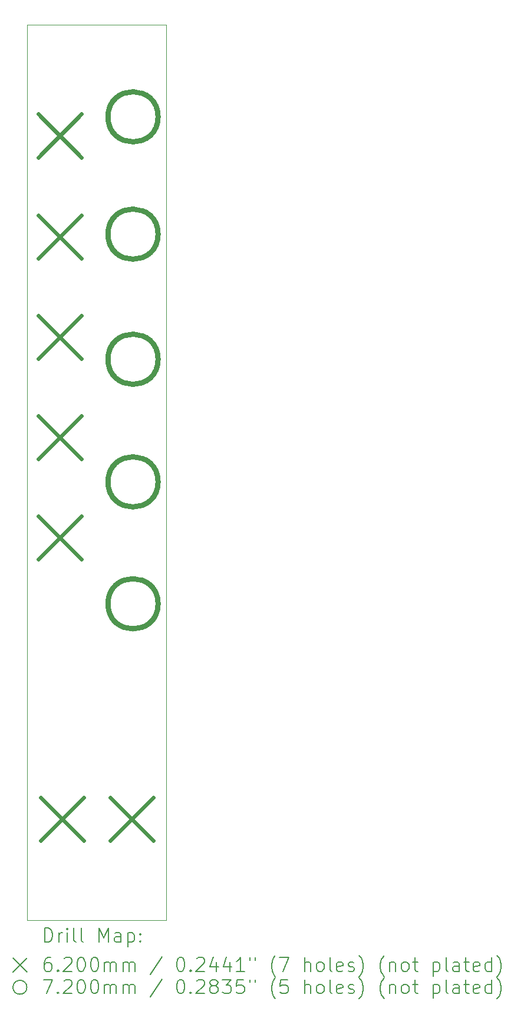
<source format=gbr>
%TF.GenerationSoftware,KiCad,Pcbnew,6.0.11+dfsg-1~bpo11+1*%
%TF.CreationDate,2023-11-22T17:10:05+08:00*%
%TF.ProjectId,MiniAttenuMix - Front,4d696e69-4174-4746-956e-754d6978202d,v0.2*%
%TF.SameCoordinates,Original*%
%TF.FileFunction,Drillmap*%
%TF.FilePolarity,Positive*%
%FSLAX45Y45*%
G04 Gerber Fmt 4.5, Leading zero omitted, Abs format (unit mm)*
G04 Created by KiCad (PCBNEW 6.0.11+dfsg-1~bpo11+1) date 2023-11-22 17:10:05*
%MOMM*%
%LPD*%
G01*
G04 APERTURE LIST*
%ADD10C,0.100000*%
%ADD11C,0.200000*%
%ADD12C,0.620000*%
%ADD13C,0.720000*%
G04 APERTURE END LIST*
D10*
X11000000Y-15850000D02*
X11000000Y-3000000D01*
X13000000Y-15850000D02*
X11000000Y-15850000D01*
X11000000Y-3000000D02*
X13000000Y-3000000D01*
X13000000Y-3000000D02*
X13000000Y-15850000D01*
D11*
D12*
X11160000Y-4280000D02*
X11780000Y-4900000D01*
X11780000Y-4280000D02*
X11160000Y-4900000D01*
X11160000Y-5730000D02*
X11780000Y-6350000D01*
X11780000Y-5730000D02*
X11160000Y-6350000D01*
X11160000Y-7170000D02*
X11780000Y-7790000D01*
X11780000Y-7170000D02*
X11160000Y-7790000D01*
X11160000Y-8610000D02*
X11780000Y-9230000D01*
X11780000Y-8610000D02*
X11160000Y-9230000D01*
X11160000Y-10050000D02*
X11780000Y-10670000D01*
X11780000Y-10050000D02*
X11160000Y-10670000D01*
X11190000Y-14090000D02*
X11810000Y-14710000D01*
X11810000Y-14090000D02*
X11190000Y-14710000D01*
X12190000Y-14090000D02*
X12810000Y-14710000D01*
X12810000Y-14090000D02*
X12190000Y-14710000D01*
D13*
X12880000Y-4320000D02*
G75*
G03*
X12880000Y-4320000I-360000J0D01*
G01*
X12880000Y-6004250D02*
G75*
G03*
X12880000Y-6004250I-360000J0D01*
G01*
X12880000Y-7800000D02*
G75*
G03*
X12880000Y-7800000I-360000J0D01*
G01*
X12880000Y-9560000D02*
G75*
G03*
X12880000Y-9560000I-360000J0D01*
G01*
X12880000Y-11310000D02*
G75*
G03*
X12880000Y-11310000I-360000J0D01*
G01*
D11*
X11252619Y-16165476D02*
X11252619Y-15965476D01*
X11300238Y-15965476D01*
X11328809Y-15975000D01*
X11347857Y-15994048D01*
X11357381Y-16013095D01*
X11366905Y-16051190D01*
X11366905Y-16079762D01*
X11357381Y-16117857D01*
X11347857Y-16136905D01*
X11328809Y-16155952D01*
X11300238Y-16165476D01*
X11252619Y-16165476D01*
X11452619Y-16165476D02*
X11452619Y-16032143D01*
X11452619Y-16070238D02*
X11462143Y-16051190D01*
X11471667Y-16041667D01*
X11490714Y-16032143D01*
X11509762Y-16032143D01*
X11576428Y-16165476D02*
X11576428Y-16032143D01*
X11576428Y-15965476D02*
X11566905Y-15975000D01*
X11576428Y-15984524D01*
X11585952Y-15975000D01*
X11576428Y-15965476D01*
X11576428Y-15984524D01*
X11700238Y-16165476D02*
X11681190Y-16155952D01*
X11671667Y-16136905D01*
X11671667Y-15965476D01*
X11805000Y-16165476D02*
X11785952Y-16155952D01*
X11776428Y-16136905D01*
X11776428Y-15965476D01*
X12033571Y-16165476D02*
X12033571Y-15965476D01*
X12100238Y-16108333D01*
X12166905Y-15965476D01*
X12166905Y-16165476D01*
X12347857Y-16165476D02*
X12347857Y-16060714D01*
X12338333Y-16041667D01*
X12319286Y-16032143D01*
X12281190Y-16032143D01*
X12262143Y-16041667D01*
X12347857Y-16155952D02*
X12328809Y-16165476D01*
X12281190Y-16165476D01*
X12262143Y-16155952D01*
X12252619Y-16136905D01*
X12252619Y-16117857D01*
X12262143Y-16098809D01*
X12281190Y-16089286D01*
X12328809Y-16089286D01*
X12347857Y-16079762D01*
X12443095Y-16032143D02*
X12443095Y-16232143D01*
X12443095Y-16041667D02*
X12462143Y-16032143D01*
X12500238Y-16032143D01*
X12519286Y-16041667D01*
X12528809Y-16051190D01*
X12538333Y-16070238D01*
X12538333Y-16127381D01*
X12528809Y-16146428D01*
X12519286Y-16155952D01*
X12500238Y-16165476D01*
X12462143Y-16165476D01*
X12443095Y-16155952D01*
X12624048Y-16146428D02*
X12633571Y-16155952D01*
X12624048Y-16165476D01*
X12614524Y-16155952D01*
X12624048Y-16146428D01*
X12624048Y-16165476D01*
X12624048Y-16041667D02*
X12633571Y-16051190D01*
X12624048Y-16060714D01*
X12614524Y-16051190D01*
X12624048Y-16041667D01*
X12624048Y-16060714D01*
X10795000Y-16395000D02*
X10995000Y-16595000D01*
X10995000Y-16395000D02*
X10795000Y-16595000D01*
X11338333Y-16385476D02*
X11300238Y-16385476D01*
X11281190Y-16395000D01*
X11271667Y-16404524D01*
X11252619Y-16433095D01*
X11243095Y-16471190D01*
X11243095Y-16547381D01*
X11252619Y-16566428D01*
X11262143Y-16575952D01*
X11281190Y-16585476D01*
X11319286Y-16585476D01*
X11338333Y-16575952D01*
X11347857Y-16566428D01*
X11357381Y-16547381D01*
X11357381Y-16499762D01*
X11347857Y-16480714D01*
X11338333Y-16471190D01*
X11319286Y-16461667D01*
X11281190Y-16461667D01*
X11262143Y-16471190D01*
X11252619Y-16480714D01*
X11243095Y-16499762D01*
X11443095Y-16566428D02*
X11452619Y-16575952D01*
X11443095Y-16585476D01*
X11433571Y-16575952D01*
X11443095Y-16566428D01*
X11443095Y-16585476D01*
X11528809Y-16404524D02*
X11538333Y-16395000D01*
X11557381Y-16385476D01*
X11605000Y-16385476D01*
X11624048Y-16395000D01*
X11633571Y-16404524D01*
X11643095Y-16423571D01*
X11643095Y-16442619D01*
X11633571Y-16471190D01*
X11519286Y-16585476D01*
X11643095Y-16585476D01*
X11766905Y-16385476D02*
X11785952Y-16385476D01*
X11805000Y-16395000D01*
X11814524Y-16404524D01*
X11824048Y-16423571D01*
X11833571Y-16461667D01*
X11833571Y-16509286D01*
X11824048Y-16547381D01*
X11814524Y-16566428D01*
X11805000Y-16575952D01*
X11785952Y-16585476D01*
X11766905Y-16585476D01*
X11747857Y-16575952D01*
X11738333Y-16566428D01*
X11728809Y-16547381D01*
X11719286Y-16509286D01*
X11719286Y-16461667D01*
X11728809Y-16423571D01*
X11738333Y-16404524D01*
X11747857Y-16395000D01*
X11766905Y-16385476D01*
X11957381Y-16385476D02*
X11976428Y-16385476D01*
X11995476Y-16395000D01*
X12005000Y-16404524D01*
X12014524Y-16423571D01*
X12024048Y-16461667D01*
X12024048Y-16509286D01*
X12014524Y-16547381D01*
X12005000Y-16566428D01*
X11995476Y-16575952D01*
X11976428Y-16585476D01*
X11957381Y-16585476D01*
X11938333Y-16575952D01*
X11928809Y-16566428D01*
X11919286Y-16547381D01*
X11909762Y-16509286D01*
X11909762Y-16461667D01*
X11919286Y-16423571D01*
X11928809Y-16404524D01*
X11938333Y-16395000D01*
X11957381Y-16385476D01*
X12109762Y-16585476D02*
X12109762Y-16452143D01*
X12109762Y-16471190D02*
X12119286Y-16461667D01*
X12138333Y-16452143D01*
X12166905Y-16452143D01*
X12185952Y-16461667D01*
X12195476Y-16480714D01*
X12195476Y-16585476D01*
X12195476Y-16480714D02*
X12205000Y-16461667D01*
X12224048Y-16452143D01*
X12252619Y-16452143D01*
X12271667Y-16461667D01*
X12281190Y-16480714D01*
X12281190Y-16585476D01*
X12376428Y-16585476D02*
X12376428Y-16452143D01*
X12376428Y-16471190D02*
X12385952Y-16461667D01*
X12405000Y-16452143D01*
X12433571Y-16452143D01*
X12452619Y-16461667D01*
X12462143Y-16480714D01*
X12462143Y-16585476D01*
X12462143Y-16480714D02*
X12471667Y-16461667D01*
X12490714Y-16452143D01*
X12519286Y-16452143D01*
X12538333Y-16461667D01*
X12547857Y-16480714D01*
X12547857Y-16585476D01*
X12938333Y-16375952D02*
X12766905Y-16633095D01*
X13195476Y-16385476D02*
X13214524Y-16385476D01*
X13233571Y-16395000D01*
X13243095Y-16404524D01*
X13252619Y-16423571D01*
X13262143Y-16461667D01*
X13262143Y-16509286D01*
X13252619Y-16547381D01*
X13243095Y-16566428D01*
X13233571Y-16575952D01*
X13214524Y-16585476D01*
X13195476Y-16585476D01*
X13176428Y-16575952D01*
X13166905Y-16566428D01*
X13157381Y-16547381D01*
X13147857Y-16509286D01*
X13147857Y-16461667D01*
X13157381Y-16423571D01*
X13166905Y-16404524D01*
X13176428Y-16395000D01*
X13195476Y-16385476D01*
X13347857Y-16566428D02*
X13357381Y-16575952D01*
X13347857Y-16585476D01*
X13338333Y-16575952D01*
X13347857Y-16566428D01*
X13347857Y-16585476D01*
X13433571Y-16404524D02*
X13443095Y-16395000D01*
X13462143Y-16385476D01*
X13509762Y-16385476D01*
X13528809Y-16395000D01*
X13538333Y-16404524D01*
X13547857Y-16423571D01*
X13547857Y-16442619D01*
X13538333Y-16471190D01*
X13424048Y-16585476D01*
X13547857Y-16585476D01*
X13719286Y-16452143D02*
X13719286Y-16585476D01*
X13671667Y-16375952D02*
X13624048Y-16518809D01*
X13747857Y-16518809D01*
X13909762Y-16452143D02*
X13909762Y-16585476D01*
X13862143Y-16375952D02*
X13814524Y-16518809D01*
X13938333Y-16518809D01*
X14119286Y-16585476D02*
X14005000Y-16585476D01*
X14062143Y-16585476D02*
X14062143Y-16385476D01*
X14043095Y-16414048D01*
X14024048Y-16433095D01*
X14005000Y-16442619D01*
X14195476Y-16385476D02*
X14195476Y-16423571D01*
X14271667Y-16385476D02*
X14271667Y-16423571D01*
X14566905Y-16661667D02*
X14557381Y-16652143D01*
X14538333Y-16623571D01*
X14528809Y-16604524D01*
X14519286Y-16575952D01*
X14509762Y-16528333D01*
X14509762Y-16490238D01*
X14519286Y-16442619D01*
X14528809Y-16414048D01*
X14538333Y-16395000D01*
X14557381Y-16366428D01*
X14566905Y-16356905D01*
X14624048Y-16385476D02*
X14757381Y-16385476D01*
X14671667Y-16585476D01*
X14985952Y-16585476D02*
X14985952Y-16385476D01*
X15071667Y-16585476D02*
X15071667Y-16480714D01*
X15062143Y-16461667D01*
X15043095Y-16452143D01*
X15014524Y-16452143D01*
X14995476Y-16461667D01*
X14985952Y-16471190D01*
X15195476Y-16585476D02*
X15176428Y-16575952D01*
X15166905Y-16566428D01*
X15157381Y-16547381D01*
X15157381Y-16490238D01*
X15166905Y-16471190D01*
X15176428Y-16461667D01*
X15195476Y-16452143D01*
X15224048Y-16452143D01*
X15243095Y-16461667D01*
X15252619Y-16471190D01*
X15262143Y-16490238D01*
X15262143Y-16547381D01*
X15252619Y-16566428D01*
X15243095Y-16575952D01*
X15224048Y-16585476D01*
X15195476Y-16585476D01*
X15376428Y-16585476D02*
X15357381Y-16575952D01*
X15347857Y-16556905D01*
X15347857Y-16385476D01*
X15528809Y-16575952D02*
X15509762Y-16585476D01*
X15471667Y-16585476D01*
X15452619Y-16575952D01*
X15443095Y-16556905D01*
X15443095Y-16480714D01*
X15452619Y-16461667D01*
X15471667Y-16452143D01*
X15509762Y-16452143D01*
X15528809Y-16461667D01*
X15538333Y-16480714D01*
X15538333Y-16499762D01*
X15443095Y-16518809D01*
X15614524Y-16575952D02*
X15633571Y-16585476D01*
X15671667Y-16585476D01*
X15690714Y-16575952D01*
X15700238Y-16556905D01*
X15700238Y-16547381D01*
X15690714Y-16528333D01*
X15671667Y-16518809D01*
X15643095Y-16518809D01*
X15624048Y-16509286D01*
X15614524Y-16490238D01*
X15614524Y-16480714D01*
X15624048Y-16461667D01*
X15643095Y-16452143D01*
X15671667Y-16452143D01*
X15690714Y-16461667D01*
X15766905Y-16661667D02*
X15776428Y-16652143D01*
X15795476Y-16623571D01*
X15805000Y-16604524D01*
X15814524Y-16575952D01*
X15824048Y-16528333D01*
X15824048Y-16490238D01*
X15814524Y-16442619D01*
X15805000Y-16414048D01*
X15795476Y-16395000D01*
X15776428Y-16366428D01*
X15766905Y-16356905D01*
X16128809Y-16661667D02*
X16119286Y-16652143D01*
X16100238Y-16623571D01*
X16090714Y-16604524D01*
X16081190Y-16575952D01*
X16071667Y-16528333D01*
X16071667Y-16490238D01*
X16081190Y-16442619D01*
X16090714Y-16414048D01*
X16100238Y-16395000D01*
X16119286Y-16366428D01*
X16128809Y-16356905D01*
X16205000Y-16452143D02*
X16205000Y-16585476D01*
X16205000Y-16471190D02*
X16214524Y-16461667D01*
X16233571Y-16452143D01*
X16262143Y-16452143D01*
X16281190Y-16461667D01*
X16290714Y-16480714D01*
X16290714Y-16585476D01*
X16414524Y-16585476D02*
X16395476Y-16575952D01*
X16385952Y-16566428D01*
X16376428Y-16547381D01*
X16376428Y-16490238D01*
X16385952Y-16471190D01*
X16395476Y-16461667D01*
X16414524Y-16452143D01*
X16443095Y-16452143D01*
X16462143Y-16461667D01*
X16471667Y-16471190D01*
X16481190Y-16490238D01*
X16481190Y-16547381D01*
X16471667Y-16566428D01*
X16462143Y-16575952D01*
X16443095Y-16585476D01*
X16414524Y-16585476D01*
X16538333Y-16452143D02*
X16614524Y-16452143D01*
X16566905Y-16385476D02*
X16566905Y-16556905D01*
X16576428Y-16575952D01*
X16595476Y-16585476D01*
X16614524Y-16585476D01*
X16833571Y-16452143D02*
X16833571Y-16652143D01*
X16833571Y-16461667D02*
X16852619Y-16452143D01*
X16890714Y-16452143D01*
X16909762Y-16461667D01*
X16919286Y-16471190D01*
X16928810Y-16490238D01*
X16928810Y-16547381D01*
X16919286Y-16566428D01*
X16909762Y-16575952D01*
X16890714Y-16585476D01*
X16852619Y-16585476D01*
X16833571Y-16575952D01*
X17043095Y-16585476D02*
X17024048Y-16575952D01*
X17014524Y-16556905D01*
X17014524Y-16385476D01*
X17205000Y-16585476D02*
X17205000Y-16480714D01*
X17195476Y-16461667D01*
X17176429Y-16452143D01*
X17138333Y-16452143D01*
X17119286Y-16461667D01*
X17205000Y-16575952D02*
X17185952Y-16585476D01*
X17138333Y-16585476D01*
X17119286Y-16575952D01*
X17109762Y-16556905D01*
X17109762Y-16537857D01*
X17119286Y-16518809D01*
X17138333Y-16509286D01*
X17185952Y-16509286D01*
X17205000Y-16499762D01*
X17271667Y-16452143D02*
X17347857Y-16452143D01*
X17300238Y-16385476D02*
X17300238Y-16556905D01*
X17309762Y-16575952D01*
X17328810Y-16585476D01*
X17347857Y-16585476D01*
X17490714Y-16575952D02*
X17471667Y-16585476D01*
X17433571Y-16585476D01*
X17414524Y-16575952D01*
X17405000Y-16556905D01*
X17405000Y-16480714D01*
X17414524Y-16461667D01*
X17433571Y-16452143D01*
X17471667Y-16452143D01*
X17490714Y-16461667D01*
X17500238Y-16480714D01*
X17500238Y-16499762D01*
X17405000Y-16518809D01*
X17671667Y-16585476D02*
X17671667Y-16385476D01*
X17671667Y-16575952D02*
X17652619Y-16585476D01*
X17614524Y-16585476D01*
X17595476Y-16575952D01*
X17585952Y-16566428D01*
X17576429Y-16547381D01*
X17576429Y-16490238D01*
X17585952Y-16471190D01*
X17595476Y-16461667D01*
X17614524Y-16452143D01*
X17652619Y-16452143D01*
X17671667Y-16461667D01*
X17747857Y-16661667D02*
X17757381Y-16652143D01*
X17776429Y-16623571D01*
X17785952Y-16604524D01*
X17795476Y-16575952D01*
X17805000Y-16528333D01*
X17805000Y-16490238D01*
X17795476Y-16442619D01*
X17785952Y-16414048D01*
X17776429Y-16395000D01*
X17757381Y-16366428D01*
X17747857Y-16356905D01*
X10995000Y-16815000D02*
G75*
G03*
X10995000Y-16815000I-100000J0D01*
G01*
X11233571Y-16705476D02*
X11366905Y-16705476D01*
X11281190Y-16905476D01*
X11443095Y-16886429D02*
X11452619Y-16895952D01*
X11443095Y-16905476D01*
X11433571Y-16895952D01*
X11443095Y-16886429D01*
X11443095Y-16905476D01*
X11528809Y-16724524D02*
X11538333Y-16715000D01*
X11557381Y-16705476D01*
X11605000Y-16705476D01*
X11624048Y-16715000D01*
X11633571Y-16724524D01*
X11643095Y-16743571D01*
X11643095Y-16762619D01*
X11633571Y-16791190D01*
X11519286Y-16905476D01*
X11643095Y-16905476D01*
X11766905Y-16705476D02*
X11785952Y-16705476D01*
X11805000Y-16715000D01*
X11814524Y-16724524D01*
X11824048Y-16743571D01*
X11833571Y-16781667D01*
X11833571Y-16829286D01*
X11824048Y-16867381D01*
X11814524Y-16886429D01*
X11805000Y-16895952D01*
X11785952Y-16905476D01*
X11766905Y-16905476D01*
X11747857Y-16895952D01*
X11738333Y-16886429D01*
X11728809Y-16867381D01*
X11719286Y-16829286D01*
X11719286Y-16781667D01*
X11728809Y-16743571D01*
X11738333Y-16724524D01*
X11747857Y-16715000D01*
X11766905Y-16705476D01*
X11957381Y-16705476D02*
X11976428Y-16705476D01*
X11995476Y-16715000D01*
X12005000Y-16724524D01*
X12014524Y-16743571D01*
X12024048Y-16781667D01*
X12024048Y-16829286D01*
X12014524Y-16867381D01*
X12005000Y-16886429D01*
X11995476Y-16895952D01*
X11976428Y-16905476D01*
X11957381Y-16905476D01*
X11938333Y-16895952D01*
X11928809Y-16886429D01*
X11919286Y-16867381D01*
X11909762Y-16829286D01*
X11909762Y-16781667D01*
X11919286Y-16743571D01*
X11928809Y-16724524D01*
X11938333Y-16715000D01*
X11957381Y-16705476D01*
X12109762Y-16905476D02*
X12109762Y-16772143D01*
X12109762Y-16791190D02*
X12119286Y-16781667D01*
X12138333Y-16772143D01*
X12166905Y-16772143D01*
X12185952Y-16781667D01*
X12195476Y-16800714D01*
X12195476Y-16905476D01*
X12195476Y-16800714D02*
X12205000Y-16781667D01*
X12224048Y-16772143D01*
X12252619Y-16772143D01*
X12271667Y-16781667D01*
X12281190Y-16800714D01*
X12281190Y-16905476D01*
X12376428Y-16905476D02*
X12376428Y-16772143D01*
X12376428Y-16791190D02*
X12385952Y-16781667D01*
X12405000Y-16772143D01*
X12433571Y-16772143D01*
X12452619Y-16781667D01*
X12462143Y-16800714D01*
X12462143Y-16905476D01*
X12462143Y-16800714D02*
X12471667Y-16781667D01*
X12490714Y-16772143D01*
X12519286Y-16772143D01*
X12538333Y-16781667D01*
X12547857Y-16800714D01*
X12547857Y-16905476D01*
X12938333Y-16695952D02*
X12766905Y-16953095D01*
X13195476Y-16705476D02*
X13214524Y-16705476D01*
X13233571Y-16715000D01*
X13243095Y-16724524D01*
X13252619Y-16743571D01*
X13262143Y-16781667D01*
X13262143Y-16829286D01*
X13252619Y-16867381D01*
X13243095Y-16886429D01*
X13233571Y-16895952D01*
X13214524Y-16905476D01*
X13195476Y-16905476D01*
X13176428Y-16895952D01*
X13166905Y-16886429D01*
X13157381Y-16867381D01*
X13147857Y-16829286D01*
X13147857Y-16781667D01*
X13157381Y-16743571D01*
X13166905Y-16724524D01*
X13176428Y-16715000D01*
X13195476Y-16705476D01*
X13347857Y-16886429D02*
X13357381Y-16895952D01*
X13347857Y-16905476D01*
X13338333Y-16895952D01*
X13347857Y-16886429D01*
X13347857Y-16905476D01*
X13433571Y-16724524D02*
X13443095Y-16715000D01*
X13462143Y-16705476D01*
X13509762Y-16705476D01*
X13528809Y-16715000D01*
X13538333Y-16724524D01*
X13547857Y-16743571D01*
X13547857Y-16762619D01*
X13538333Y-16791190D01*
X13424048Y-16905476D01*
X13547857Y-16905476D01*
X13662143Y-16791190D02*
X13643095Y-16781667D01*
X13633571Y-16772143D01*
X13624048Y-16753095D01*
X13624048Y-16743571D01*
X13633571Y-16724524D01*
X13643095Y-16715000D01*
X13662143Y-16705476D01*
X13700238Y-16705476D01*
X13719286Y-16715000D01*
X13728809Y-16724524D01*
X13738333Y-16743571D01*
X13738333Y-16753095D01*
X13728809Y-16772143D01*
X13719286Y-16781667D01*
X13700238Y-16791190D01*
X13662143Y-16791190D01*
X13643095Y-16800714D01*
X13633571Y-16810238D01*
X13624048Y-16829286D01*
X13624048Y-16867381D01*
X13633571Y-16886429D01*
X13643095Y-16895952D01*
X13662143Y-16905476D01*
X13700238Y-16905476D01*
X13719286Y-16895952D01*
X13728809Y-16886429D01*
X13738333Y-16867381D01*
X13738333Y-16829286D01*
X13728809Y-16810238D01*
X13719286Y-16800714D01*
X13700238Y-16791190D01*
X13805000Y-16705476D02*
X13928809Y-16705476D01*
X13862143Y-16781667D01*
X13890714Y-16781667D01*
X13909762Y-16791190D01*
X13919286Y-16800714D01*
X13928809Y-16819762D01*
X13928809Y-16867381D01*
X13919286Y-16886429D01*
X13909762Y-16895952D01*
X13890714Y-16905476D01*
X13833571Y-16905476D01*
X13814524Y-16895952D01*
X13805000Y-16886429D01*
X14109762Y-16705476D02*
X14014524Y-16705476D01*
X14005000Y-16800714D01*
X14014524Y-16791190D01*
X14033571Y-16781667D01*
X14081190Y-16781667D01*
X14100238Y-16791190D01*
X14109762Y-16800714D01*
X14119286Y-16819762D01*
X14119286Y-16867381D01*
X14109762Y-16886429D01*
X14100238Y-16895952D01*
X14081190Y-16905476D01*
X14033571Y-16905476D01*
X14014524Y-16895952D01*
X14005000Y-16886429D01*
X14195476Y-16705476D02*
X14195476Y-16743571D01*
X14271667Y-16705476D02*
X14271667Y-16743571D01*
X14566905Y-16981667D02*
X14557381Y-16972143D01*
X14538333Y-16943571D01*
X14528809Y-16924524D01*
X14519286Y-16895952D01*
X14509762Y-16848333D01*
X14509762Y-16810238D01*
X14519286Y-16762619D01*
X14528809Y-16734048D01*
X14538333Y-16715000D01*
X14557381Y-16686428D01*
X14566905Y-16676905D01*
X14738333Y-16705476D02*
X14643095Y-16705476D01*
X14633571Y-16800714D01*
X14643095Y-16791190D01*
X14662143Y-16781667D01*
X14709762Y-16781667D01*
X14728809Y-16791190D01*
X14738333Y-16800714D01*
X14747857Y-16819762D01*
X14747857Y-16867381D01*
X14738333Y-16886429D01*
X14728809Y-16895952D01*
X14709762Y-16905476D01*
X14662143Y-16905476D01*
X14643095Y-16895952D01*
X14633571Y-16886429D01*
X14985952Y-16905476D02*
X14985952Y-16705476D01*
X15071667Y-16905476D02*
X15071667Y-16800714D01*
X15062143Y-16781667D01*
X15043095Y-16772143D01*
X15014524Y-16772143D01*
X14995476Y-16781667D01*
X14985952Y-16791190D01*
X15195476Y-16905476D02*
X15176428Y-16895952D01*
X15166905Y-16886429D01*
X15157381Y-16867381D01*
X15157381Y-16810238D01*
X15166905Y-16791190D01*
X15176428Y-16781667D01*
X15195476Y-16772143D01*
X15224048Y-16772143D01*
X15243095Y-16781667D01*
X15252619Y-16791190D01*
X15262143Y-16810238D01*
X15262143Y-16867381D01*
X15252619Y-16886429D01*
X15243095Y-16895952D01*
X15224048Y-16905476D01*
X15195476Y-16905476D01*
X15376428Y-16905476D02*
X15357381Y-16895952D01*
X15347857Y-16876905D01*
X15347857Y-16705476D01*
X15528809Y-16895952D02*
X15509762Y-16905476D01*
X15471667Y-16905476D01*
X15452619Y-16895952D01*
X15443095Y-16876905D01*
X15443095Y-16800714D01*
X15452619Y-16781667D01*
X15471667Y-16772143D01*
X15509762Y-16772143D01*
X15528809Y-16781667D01*
X15538333Y-16800714D01*
X15538333Y-16819762D01*
X15443095Y-16838810D01*
X15614524Y-16895952D02*
X15633571Y-16905476D01*
X15671667Y-16905476D01*
X15690714Y-16895952D01*
X15700238Y-16876905D01*
X15700238Y-16867381D01*
X15690714Y-16848333D01*
X15671667Y-16838810D01*
X15643095Y-16838810D01*
X15624048Y-16829286D01*
X15614524Y-16810238D01*
X15614524Y-16800714D01*
X15624048Y-16781667D01*
X15643095Y-16772143D01*
X15671667Y-16772143D01*
X15690714Y-16781667D01*
X15766905Y-16981667D02*
X15776428Y-16972143D01*
X15795476Y-16943571D01*
X15805000Y-16924524D01*
X15814524Y-16895952D01*
X15824048Y-16848333D01*
X15824048Y-16810238D01*
X15814524Y-16762619D01*
X15805000Y-16734048D01*
X15795476Y-16715000D01*
X15776428Y-16686428D01*
X15766905Y-16676905D01*
X16128809Y-16981667D02*
X16119286Y-16972143D01*
X16100238Y-16943571D01*
X16090714Y-16924524D01*
X16081190Y-16895952D01*
X16071667Y-16848333D01*
X16071667Y-16810238D01*
X16081190Y-16762619D01*
X16090714Y-16734048D01*
X16100238Y-16715000D01*
X16119286Y-16686428D01*
X16128809Y-16676905D01*
X16205000Y-16772143D02*
X16205000Y-16905476D01*
X16205000Y-16791190D02*
X16214524Y-16781667D01*
X16233571Y-16772143D01*
X16262143Y-16772143D01*
X16281190Y-16781667D01*
X16290714Y-16800714D01*
X16290714Y-16905476D01*
X16414524Y-16905476D02*
X16395476Y-16895952D01*
X16385952Y-16886429D01*
X16376428Y-16867381D01*
X16376428Y-16810238D01*
X16385952Y-16791190D01*
X16395476Y-16781667D01*
X16414524Y-16772143D01*
X16443095Y-16772143D01*
X16462143Y-16781667D01*
X16471667Y-16791190D01*
X16481190Y-16810238D01*
X16481190Y-16867381D01*
X16471667Y-16886429D01*
X16462143Y-16895952D01*
X16443095Y-16905476D01*
X16414524Y-16905476D01*
X16538333Y-16772143D02*
X16614524Y-16772143D01*
X16566905Y-16705476D02*
X16566905Y-16876905D01*
X16576428Y-16895952D01*
X16595476Y-16905476D01*
X16614524Y-16905476D01*
X16833571Y-16772143D02*
X16833571Y-16972143D01*
X16833571Y-16781667D02*
X16852619Y-16772143D01*
X16890714Y-16772143D01*
X16909762Y-16781667D01*
X16919286Y-16791190D01*
X16928810Y-16810238D01*
X16928810Y-16867381D01*
X16919286Y-16886429D01*
X16909762Y-16895952D01*
X16890714Y-16905476D01*
X16852619Y-16905476D01*
X16833571Y-16895952D01*
X17043095Y-16905476D02*
X17024048Y-16895952D01*
X17014524Y-16876905D01*
X17014524Y-16705476D01*
X17205000Y-16905476D02*
X17205000Y-16800714D01*
X17195476Y-16781667D01*
X17176429Y-16772143D01*
X17138333Y-16772143D01*
X17119286Y-16781667D01*
X17205000Y-16895952D02*
X17185952Y-16905476D01*
X17138333Y-16905476D01*
X17119286Y-16895952D01*
X17109762Y-16876905D01*
X17109762Y-16857857D01*
X17119286Y-16838810D01*
X17138333Y-16829286D01*
X17185952Y-16829286D01*
X17205000Y-16819762D01*
X17271667Y-16772143D02*
X17347857Y-16772143D01*
X17300238Y-16705476D02*
X17300238Y-16876905D01*
X17309762Y-16895952D01*
X17328810Y-16905476D01*
X17347857Y-16905476D01*
X17490714Y-16895952D02*
X17471667Y-16905476D01*
X17433571Y-16905476D01*
X17414524Y-16895952D01*
X17405000Y-16876905D01*
X17405000Y-16800714D01*
X17414524Y-16781667D01*
X17433571Y-16772143D01*
X17471667Y-16772143D01*
X17490714Y-16781667D01*
X17500238Y-16800714D01*
X17500238Y-16819762D01*
X17405000Y-16838810D01*
X17671667Y-16905476D02*
X17671667Y-16705476D01*
X17671667Y-16895952D02*
X17652619Y-16905476D01*
X17614524Y-16905476D01*
X17595476Y-16895952D01*
X17585952Y-16886429D01*
X17576429Y-16867381D01*
X17576429Y-16810238D01*
X17585952Y-16791190D01*
X17595476Y-16781667D01*
X17614524Y-16772143D01*
X17652619Y-16772143D01*
X17671667Y-16781667D01*
X17747857Y-16981667D02*
X17757381Y-16972143D01*
X17776429Y-16943571D01*
X17785952Y-16924524D01*
X17795476Y-16895952D01*
X17805000Y-16848333D01*
X17805000Y-16810238D01*
X17795476Y-16762619D01*
X17785952Y-16734048D01*
X17776429Y-16715000D01*
X17757381Y-16686428D01*
X17747857Y-16676905D01*
M02*

</source>
